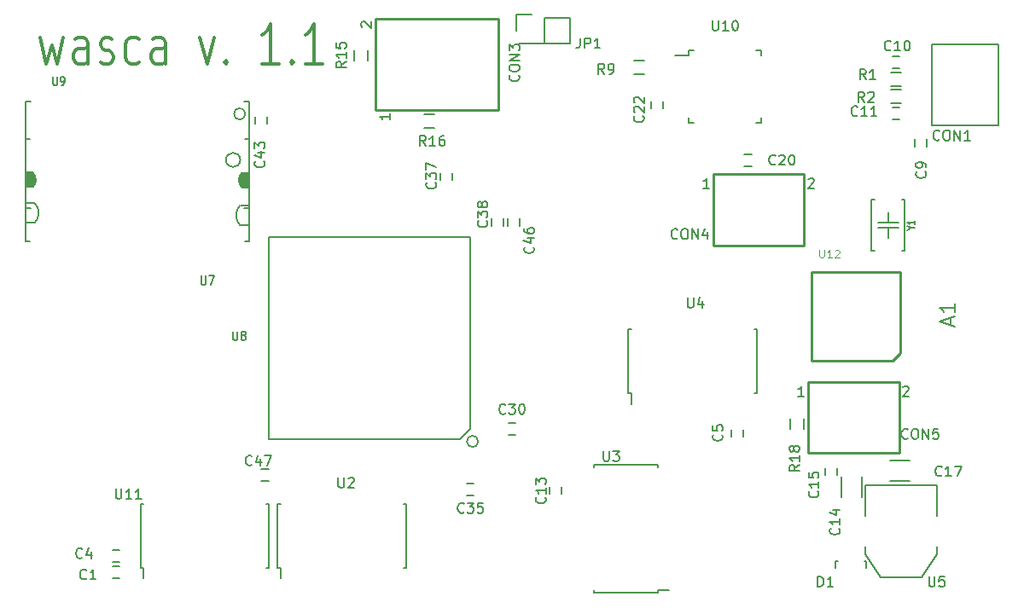
<source format=gto>
G04 #@! TF.FileFunction,Legend,Top*
%FSLAX46Y46*%
G04 Gerber Fmt 4.6, Leading zero omitted, Abs format (unit mm)*
G04 Created by KiCad (PCBNEW 4.0.0-rc1-stable) date 08.10.2015 0:04:06*
%MOMM*%
G01*
G04 APERTURE LIST*
%ADD10C,0.152400*%
%ADD11C,0.304800*%
%ADD12C,0.150000*%
%ADD13C,0.177800*%
%ADD14C,0.203200*%
%ADD15C,0.254000*%
%ADD16C,0.124460*%
%ADD17C,0.200000*%
G04 APERTURE END LIST*
D10*
D11*
X31753572Y-90717857D02*
X32325001Y-93384524D01*
X32896430Y-91479762D01*
X33467858Y-93384524D01*
X34039287Y-90717857D01*
X36467858Y-93384524D02*
X36467858Y-91289286D01*
X36325001Y-90908333D01*
X36039287Y-90717857D01*
X35467858Y-90717857D01*
X35182144Y-90908333D01*
X36467858Y-93194048D02*
X36182144Y-93384524D01*
X35467858Y-93384524D01*
X35182144Y-93194048D01*
X35039287Y-92813095D01*
X35039287Y-92432143D01*
X35182144Y-92051190D01*
X35467858Y-91860714D01*
X36182144Y-91860714D01*
X36467858Y-91670238D01*
X37753573Y-93194048D02*
X38039287Y-93384524D01*
X38610715Y-93384524D01*
X38896430Y-93194048D01*
X39039287Y-92813095D01*
X39039287Y-92622619D01*
X38896430Y-92241667D01*
X38610715Y-92051190D01*
X38182144Y-92051190D01*
X37896430Y-91860714D01*
X37753573Y-91479762D01*
X37753573Y-91289286D01*
X37896430Y-90908333D01*
X38182144Y-90717857D01*
X38610715Y-90717857D01*
X38896430Y-90908333D01*
X41610715Y-93194048D02*
X41325001Y-93384524D01*
X40753572Y-93384524D01*
X40467858Y-93194048D01*
X40325001Y-93003571D01*
X40182144Y-92622619D01*
X40182144Y-91479762D01*
X40325001Y-91098810D01*
X40467858Y-90908333D01*
X40753572Y-90717857D01*
X41325001Y-90717857D01*
X41610715Y-90908333D01*
X44182144Y-93384524D02*
X44182144Y-91289286D01*
X44039287Y-90908333D01*
X43753573Y-90717857D01*
X43182144Y-90717857D01*
X42896430Y-90908333D01*
X44182144Y-93194048D02*
X43896430Y-93384524D01*
X43182144Y-93384524D01*
X42896430Y-93194048D01*
X42753573Y-92813095D01*
X42753573Y-92432143D01*
X42896430Y-92051190D01*
X43182144Y-91860714D01*
X43896430Y-91860714D01*
X44182144Y-91670238D01*
X47610715Y-90717857D02*
X48325001Y-93384524D01*
X49039287Y-90717857D01*
X50182144Y-93003571D02*
X50325001Y-93194048D01*
X50182144Y-93384524D01*
X50039287Y-93194048D01*
X50182144Y-93003571D01*
X50182144Y-93384524D01*
X55467857Y-93384524D02*
X53753572Y-93384524D01*
X54610714Y-93384524D02*
X54610714Y-89384524D01*
X54325000Y-89955952D01*
X54039286Y-90336905D01*
X53753572Y-90527381D01*
X56753572Y-93003571D02*
X56896429Y-93194048D01*
X56753572Y-93384524D01*
X56610715Y-93194048D01*
X56753572Y-93003571D01*
X56753572Y-93384524D01*
X59753571Y-93384524D02*
X58039286Y-93384524D01*
X58896428Y-93384524D02*
X58896428Y-89384524D01*
X58610714Y-89955952D01*
X58325000Y-90336905D01*
X58039286Y-90527381D01*
D12*
X41725000Y-143375000D02*
X41982500Y-143375000D01*
X41725000Y-137025000D02*
X41982500Y-137025000D01*
X54475000Y-137025000D02*
X54217500Y-137025000D01*
X54475000Y-143375000D02*
X54217500Y-143375000D01*
X41725000Y-143375000D02*
X41725000Y-137025000D01*
X54475000Y-143375000D02*
X54475000Y-137025000D01*
X41982500Y-143375000D02*
X41982500Y-144450000D01*
X70850000Y-99725000D02*
X69850000Y-99725000D01*
X69850000Y-98375000D02*
X70850000Y-98375000D01*
X64225000Y-92000000D02*
X64225000Y-93000000D01*
X62875000Y-93000000D02*
X62875000Y-92000000D01*
X92370000Y-97780000D02*
X92370000Y-97080000D01*
X93570000Y-97080000D02*
X93570000Y-97780000D01*
X102340000Y-103530000D02*
X101640000Y-103530000D01*
X101640000Y-102330000D02*
X102340000Y-102330000D01*
X78220000Y-128980000D02*
X78920000Y-128980000D01*
X78920000Y-130180000D02*
X78220000Y-130180000D01*
X39650000Y-144400000D02*
X38950000Y-144400000D01*
X38950000Y-143200000D02*
X39650000Y-143200000D01*
X39650000Y-142800000D02*
X38950000Y-142800000D01*
X38950000Y-141600000D02*
X39650000Y-141600000D01*
X100320000Y-130360000D02*
X100320000Y-129660000D01*
X101520000Y-129660000D02*
X101520000Y-130360000D01*
X119750000Y-100850000D02*
X119750000Y-101550000D01*
X118550000Y-101550000D02*
X118550000Y-100850000D01*
X117050000Y-93800000D02*
X116350000Y-93800000D01*
X116350000Y-92600000D02*
X117050000Y-92600000D01*
X117050000Y-98900000D02*
X116350000Y-98900000D01*
X116350000Y-97700000D02*
X117050000Y-97700000D01*
X82290000Y-136030000D02*
X82290000Y-135330000D01*
X83490000Y-135330000D02*
X83490000Y-136030000D01*
X109600000Y-134200000D02*
X109600000Y-133500000D01*
X110800000Y-133500000D02*
X110800000Y-134200000D01*
X74800000Y-136200000D02*
X74100000Y-136200000D01*
X74100000Y-135000000D02*
X74800000Y-135000000D01*
X71450000Y-104900000D02*
X71450000Y-104200000D01*
X72650000Y-104200000D02*
X72650000Y-104900000D01*
X76500000Y-109430000D02*
X76500000Y-108730000D01*
X77700000Y-108730000D02*
X77700000Y-109430000D01*
X53100000Y-99300000D02*
X53100000Y-98600000D01*
X54300000Y-98600000D02*
X54300000Y-99300000D01*
X78150000Y-109420000D02*
X78150000Y-108720000D01*
X79350000Y-108720000D02*
X79350000Y-109420000D01*
X54410000Y-134750000D02*
X53710000Y-134750000D01*
X53710000Y-133550000D02*
X54410000Y-133550000D01*
X110700180Y-143400800D02*
X110700180Y-142699760D01*
X110700180Y-142699760D02*
X110949100Y-142699760D01*
X113499160Y-142699760D02*
X113699820Y-142699760D01*
X113699820Y-142699760D02*
X113699820Y-143400800D01*
X117200000Y-95575000D02*
X116200000Y-95575000D01*
X116200000Y-94225000D02*
X117200000Y-94225000D01*
X117200000Y-97275000D02*
X116200000Y-97275000D01*
X116200000Y-95925000D02*
X117200000Y-95925000D01*
X91700000Y-94375000D02*
X90700000Y-94375000D01*
X90700000Y-93025000D02*
X91700000Y-93025000D01*
X55325000Y-143375000D02*
X55582500Y-143375000D01*
X55325000Y-137025000D02*
X55582500Y-137025000D01*
X68075000Y-137025000D02*
X67817500Y-137025000D01*
X68075000Y-143375000D02*
X67817500Y-143375000D01*
X55325000Y-143375000D02*
X55325000Y-137025000D01*
X68075000Y-143375000D02*
X68075000Y-137025000D01*
X55582500Y-143375000D02*
X55582500Y-144450000D01*
X93075000Y-145875000D02*
X93075000Y-145617500D01*
X86725000Y-145875000D02*
X86725000Y-145617500D01*
X86725000Y-133125000D02*
X86725000Y-133382500D01*
X93075000Y-133125000D02*
X93075000Y-133382500D01*
X93075000Y-145875000D02*
X86725000Y-145875000D01*
X93075000Y-133125000D02*
X86725000Y-133125000D01*
X93075000Y-145617500D02*
X94150000Y-145617500D01*
X90125000Y-126075000D02*
X90382500Y-126075000D01*
X90125000Y-119725000D02*
X90382500Y-119725000D01*
X102875000Y-119725000D02*
X102617500Y-119725000D01*
X102875000Y-126075000D02*
X102617500Y-126075000D01*
X90125000Y-126075000D02*
X90125000Y-119725000D01*
X102875000Y-126075000D02*
X102875000Y-119725000D01*
X90382500Y-126075000D02*
X90382500Y-127150000D01*
D13*
X30300200Y-107700980D02*
X30800580Y-107700980D01*
X30300200Y-97099020D02*
X30800580Y-97099020D01*
X52502340Y-97099020D02*
X52001960Y-97099020D01*
X52502340Y-107700980D02*
X52001960Y-107700980D01*
X31052040Y-105498800D02*
X30351000Y-105498800D01*
X30351000Y-105348940D02*
X31151100Y-105348940D01*
X31201900Y-105199080D02*
X30351000Y-105199080D01*
X30302740Y-105049220D02*
X31252700Y-105049220D01*
X31252700Y-104800300D02*
X30351000Y-104800300D01*
X30351000Y-104701240D02*
X31201900Y-104701240D01*
X31201900Y-104599640D02*
X30351000Y-104599640D01*
X30302740Y-104449780D02*
X31151100Y-104449780D01*
X31102840Y-104299920D02*
X30351000Y-104299920D01*
X31001240Y-104150060D02*
X30302740Y-104150060D01*
X31052040Y-105600400D02*
X30302740Y-105600400D01*
X52451540Y-105549600D02*
X51801300Y-105549600D01*
X51651440Y-105450540D02*
X52499800Y-105450540D01*
X52451540Y-105300680D02*
X51651440Y-105300680D01*
X51549840Y-105199080D02*
X52451540Y-105199080D01*
X52499800Y-105049220D02*
X51549840Y-105049220D01*
X52499800Y-104749500D02*
X51549840Y-104749500D01*
X52499800Y-104650440D02*
X51549840Y-104650440D01*
X52499800Y-104500580D02*
X51600640Y-104500580D01*
X52499800Y-104350720D02*
X51651440Y-104350720D01*
X51750500Y-104200860D02*
X52499800Y-104200860D01*
X51801300Y-105651200D02*
X52499800Y-105651200D01*
X51747960Y-104200860D02*
G75*
G03X51801300Y-105651200I751840J-698500D01*
G01*
X31052040Y-105597860D02*
G75*
G03X31001240Y-104150060I-749300J698500D01*
G01*
X30302740Y-104899360D02*
X31300960Y-104899360D01*
X52499800Y-104899360D02*
X51501580Y-104899360D01*
X52108720Y-98328380D02*
G75*
G03X52108720Y-98328380I-563960J0D01*
G01*
X52502340Y-107700980D02*
X52502340Y-97099020D01*
X30300200Y-107700980D02*
X30300200Y-97099020D01*
D14*
X51607244Y-102900260D02*
G75*
G03X51607244Y-102900260I-707644J0D01*
G01*
X51648900Y-107401140D02*
X52400740Y-107401140D01*
X51648900Y-109400120D02*
X52400740Y-109400120D01*
X31151100Y-107149680D02*
X30399260Y-107149680D01*
X31151100Y-109151200D02*
X30399260Y-109151200D01*
X31196820Y-109151200D02*
G75*
G03X31196820Y-107149680I-1000760J1000760D01*
G01*
X51603180Y-107398600D02*
G75*
G03X51603180Y-109400120I1000760J-1000760D01*
G01*
X52499800Y-100820000D02*
X52050220Y-100820000D01*
X30300200Y-100820000D02*
X30749780Y-100820000D01*
X30300200Y-110980000D02*
X30749780Y-110980000D01*
X52499800Y-110980000D02*
X52050220Y-110980000D01*
X52509960Y-110980000D02*
X52509960Y-100820000D01*
X30290040Y-110980000D02*
X30290040Y-100820000D01*
D12*
X118040000Y-132765000D02*
X116040000Y-132765000D01*
X116040000Y-134815000D02*
X118040000Y-134815000D01*
X111225000Y-134350000D02*
X111225000Y-136350000D01*
X113275000Y-136350000D02*
X113275000Y-134350000D01*
X120756000Y-138226000D02*
X120756000Y-135178000D01*
X120756000Y-135178000D02*
X113644000Y-135178000D01*
X113644000Y-135178000D02*
X113644000Y-138226000D01*
X120756000Y-141274000D02*
X120756000Y-142036000D01*
X120756000Y-142036000D02*
X119232000Y-144322000D01*
X119232000Y-144322000D02*
X115168000Y-144322000D01*
X115168000Y-144322000D02*
X113644000Y-142036000D01*
X113644000Y-142036000D02*
X113644000Y-141274000D01*
X79000000Y-90050000D02*
X79000000Y-88500000D01*
X80550000Y-88500000D02*
X79000000Y-88500000D01*
X79280000Y-91320000D02*
X81820000Y-91320000D01*
X84360000Y-88780000D02*
X81820000Y-88780000D01*
X81820000Y-88780000D02*
X81820000Y-91320000D01*
X81820000Y-91320000D02*
X84360000Y-91320000D01*
X84360000Y-91320000D02*
X84360000Y-88780000D01*
X96075000Y-91975000D02*
X96075000Y-92500000D01*
X103325000Y-91975000D02*
X103325000Y-92500000D01*
X103325000Y-99225000D02*
X103325000Y-98700000D01*
X96075000Y-99225000D02*
X96075000Y-98700000D01*
X96075000Y-91975000D02*
X96600000Y-91975000D01*
X96075000Y-99225000D02*
X96600000Y-99225000D01*
X103325000Y-99225000D02*
X102800000Y-99225000D01*
X103325000Y-91975000D02*
X102800000Y-91975000D01*
X96075000Y-92500000D02*
X94700000Y-92500000D01*
X107525000Y-128600000D02*
X107525000Y-129600000D01*
X106175000Y-129600000D02*
X106175000Y-128600000D01*
D14*
X73399220Y-130599980D02*
X55400780Y-130599980D01*
X74399980Y-111600780D02*
X74399980Y-129599220D01*
X55400780Y-110600020D02*
X73399220Y-110600020D01*
X54400020Y-129599220D02*
X54400020Y-111600780D01*
X75208911Y-130848900D02*
G75*
G03X75208911Y-130848900I-560011J0D01*
G01*
X73399220Y-130599980D02*
X74399980Y-129599220D01*
X74399980Y-110600020D02*
X73399220Y-110600020D01*
X74399980Y-110600020D02*
X74399980Y-111600780D01*
X54400020Y-110600020D02*
X55400780Y-110600020D01*
X54400020Y-110600020D02*
X54400020Y-111600780D01*
X54400020Y-130599980D02*
X55400780Y-130599980D01*
X54400020Y-130599980D02*
X54400020Y-129599220D01*
D15*
X117099280Y-121450540D02*
X117099280Y-114051520D01*
X117099280Y-114051520D02*
X116101060Y-114051520D01*
X116299180Y-122850080D02*
X117099280Y-122049980D01*
X117099280Y-121450540D02*
X117099280Y-122049980D01*
X116101060Y-114051520D02*
X108300720Y-114051520D01*
X108300720Y-114051520D02*
X108300720Y-122850080D01*
X108300720Y-122850080D02*
X116299180Y-122850080D01*
D14*
X115900000Y-109604000D02*
X115900000Y-110620000D01*
X115900000Y-109096000D02*
X115900000Y-108080000D01*
X114884000Y-109604000D02*
X116916000Y-109604000D01*
X114884000Y-109096000D02*
X116916000Y-109096000D01*
X114249000Y-111890000D02*
X114566500Y-111890000D01*
X114249000Y-106810000D02*
X114566500Y-106810000D01*
X117551000Y-106810000D02*
X117233500Y-106810000D01*
X117551000Y-111890000D02*
X117233500Y-111890000D01*
X117551000Y-111890000D02*
X117551000Y-106810000D01*
X114249000Y-111890000D02*
X114249000Y-106810000D01*
D12*
X126850000Y-99450000D02*
X120200000Y-99450000D01*
X120200000Y-99450000D02*
X120200000Y-91450000D01*
X120200000Y-91450000D02*
X126850000Y-91450000D01*
X126850000Y-91450000D02*
X126850000Y-99450000D01*
D15*
X65009400Y-88889600D02*
X77201400Y-88889600D01*
X64984000Y-97906600D02*
X77201400Y-97906600D01*
X64999240Y-97898980D02*
X64999240Y-88899760D01*
X77206480Y-88899760D02*
X77206480Y-97898980D01*
X107567000Y-104275400D02*
X107567000Y-111362000D01*
X98524600Y-104275400D02*
X98550000Y-111362000D01*
X98557620Y-104265240D02*
X107556840Y-104265240D01*
X107556840Y-111367080D02*
X98557620Y-111367080D01*
X116967000Y-124925400D02*
X116967000Y-132012000D01*
X107924600Y-124925400D02*
X107950000Y-132012000D01*
X107957620Y-124915240D02*
X116956840Y-124915240D01*
X116956840Y-132017080D02*
X107957620Y-132017080D01*
D12*
X122050000Y-119271428D02*
X122050000Y-118557142D01*
X122478571Y-119414285D02*
X120978571Y-118914285D01*
X122478571Y-118414285D01*
X122478571Y-117128571D02*
X122478571Y-117985714D01*
X122478571Y-117557142D02*
X120978571Y-117557142D01*
X121192857Y-117699999D01*
X121335714Y-117842857D01*
X121407143Y-117985714D01*
X39261905Y-135552381D02*
X39261905Y-136361905D01*
X39309524Y-136457143D01*
X39357143Y-136504762D01*
X39452381Y-136552381D01*
X39642858Y-136552381D01*
X39738096Y-136504762D01*
X39785715Y-136457143D01*
X39833334Y-136361905D01*
X39833334Y-135552381D01*
X40833334Y-136552381D02*
X40261905Y-136552381D01*
X40547619Y-136552381D02*
X40547619Y-135552381D01*
X40452381Y-135695238D01*
X40357143Y-135790476D01*
X40261905Y-135838095D01*
X41785715Y-136552381D02*
X41214286Y-136552381D01*
X41500000Y-136552381D02*
X41500000Y-135552381D01*
X41404762Y-135695238D01*
X41309524Y-135790476D01*
X41214286Y-135838095D01*
X70007143Y-101502381D02*
X69673809Y-101026190D01*
X69435714Y-101502381D02*
X69435714Y-100502381D01*
X69816667Y-100502381D01*
X69911905Y-100550000D01*
X69959524Y-100597619D01*
X70007143Y-100692857D01*
X70007143Y-100835714D01*
X69959524Y-100930952D01*
X69911905Y-100978571D01*
X69816667Y-101026190D01*
X69435714Y-101026190D01*
X70959524Y-101502381D02*
X70388095Y-101502381D01*
X70673809Y-101502381D02*
X70673809Y-100502381D01*
X70578571Y-100645238D01*
X70483333Y-100740476D01*
X70388095Y-100788095D01*
X71816667Y-100502381D02*
X71626190Y-100502381D01*
X71530952Y-100550000D01*
X71483333Y-100597619D01*
X71388095Y-100740476D01*
X71340476Y-100930952D01*
X71340476Y-101311905D01*
X71388095Y-101407143D01*
X71435714Y-101454762D01*
X71530952Y-101502381D01*
X71721429Y-101502381D01*
X71816667Y-101454762D01*
X71864286Y-101407143D01*
X71911905Y-101311905D01*
X71911905Y-101073810D01*
X71864286Y-100978571D01*
X71816667Y-100930952D01*
X71721429Y-100883333D01*
X71530952Y-100883333D01*
X71435714Y-100930952D01*
X71388095Y-100978571D01*
X71340476Y-101073810D01*
X62102381Y-93142857D02*
X61626190Y-93476191D01*
X62102381Y-93714286D02*
X61102381Y-93714286D01*
X61102381Y-93333333D01*
X61150000Y-93238095D01*
X61197619Y-93190476D01*
X61292857Y-93142857D01*
X61435714Y-93142857D01*
X61530952Y-93190476D01*
X61578571Y-93238095D01*
X61626190Y-93333333D01*
X61626190Y-93714286D01*
X62102381Y-92190476D02*
X62102381Y-92761905D01*
X62102381Y-92476191D02*
X61102381Y-92476191D01*
X61245238Y-92571429D01*
X61340476Y-92666667D01*
X61388095Y-92761905D01*
X61102381Y-91285714D02*
X61102381Y-91761905D01*
X61578571Y-91809524D01*
X61530952Y-91761905D01*
X61483333Y-91666667D01*
X61483333Y-91428571D01*
X61530952Y-91333333D01*
X61578571Y-91285714D01*
X61673810Y-91238095D01*
X61911905Y-91238095D01*
X62007143Y-91285714D01*
X62054762Y-91333333D01*
X62102381Y-91428571D01*
X62102381Y-91666667D01*
X62054762Y-91761905D01*
X62007143Y-91809524D01*
X91557143Y-98542857D02*
X91604762Y-98590476D01*
X91652381Y-98733333D01*
X91652381Y-98828571D01*
X91604762Y-98971429D01*
X91509524Y-99066667D01*
X91414286Y-99114286D01*
X91223810Y-99161905D01*
X91080952Y-99161905D01*
X90890476Y-99114286D01*
X90795238Y-99066667D01*
X90700000Y-98971429D01*
X90652381Y-98828571D01*
X90652381Y-98733333D01*
X90700000Y-98590476D01*
X90747619Y-98542857D01*
X90747619Y-98161905D02*
X90700000Y-98114286D01*
X90652381Y-98019048D01*
X90652381Y-97780952D01*
X90700000Y-97685714D01*
X90747619Y-97638095D01*
X90842857Y-97590476D01*
X90938095Y-97590476D01*
X91080952Y-97638095D01*
X91652381Y-98209524D01*
X91652381Y-97590476D01*
X90747619Y-97209524D02*
X90700000Y-97161905D01*
X90652381Y-97066667D01*
X90652381Y-96828571D01*
X90700000Y-96733333D01*
X90747619Y-96685714D01*
X90842857Y-96638095D01*
X90938095Y-96638095D01*
X91080952Y-96685714D01*
X91652381Y-97257143D01*
X91652381Y-96638095D01*
X104707143Y-103307143D02*
X104659524Y-103354762D01*
X104516667Y-103402381D01*
X104421429Y-103402381D01*
X104278571Y-103354762D01*
X104183333Y-103259524D01*
X104135714Y-103164286D01*
X104088095Y-102973810D01*
X104088095Y-102830952D01*
X104135714Y-102640476D01*
X104183333Y-102545238D01*
X104278571Y-102450000D01*
X104421429Y-102402381D01*
X104516667Y-102402381D01*
X104659524Y-102450000D01*
X104707143Y-102497619D01*
X105088095Y-102497619D02*
X105135714Y-102450000D01*
X105230952Y-102402381D01*
X105469048Y-102402381D01*
X105564286Y-102450000D01*
X105611905Y-102497619D01*
X105659524Y-102592857D01*
X105659524Y-102688095D01*
X105611905Y-102830952D01*
X105040476Y-103402381D01*
X105659524Y-103402381D01*
X106278571Y-102402381D02*
X106373810Y-102402381D01*
X106469048Y-102450000D01*
X106516667Y-102497619D01*
X106564286Y-102592857D01*
X106611905Y-102783333D01*
X106611905Y-103021429D01*
X106564286Y-103211905D01*
X106516667Y-103307143D01*
X106469048Y-103354762D01*
X106373810Y-103402381D01*
X106278571Y-103402381D01*
X106183333Y-103354762D01*
X106135714Y-103307143D01*
X106088095Y-103211905D01*
X106040476Y-103021429D01*
X106040476Y-102783333D01*
X106088095Y-102592857D01*
X106135714Y-102497619D01*
X106183333Y-102450000D01*
X106278571Y-102402381D01*
X77927143Y-128037143D02*
X77879524Y-128084762D01*
X77736667Y-128132381D01*
X77641429Y-128132381D01*
X77498571Y-128084762D01*
X77403333Y-127989524D01*
X77355714Y-127894286D01*
X77308095Y-127703810D01*
X77308095Y-127560952D01*
X77355714Y-127370476D01*
X77403333Y-127275238D01*
X77498571Y-127180000D01*
X77641429Y-127132381D01*
X77736667Y-127132381D01*
X77879524Y-127180000D01*
X77927143Y-127227619D01*
X78260476Y-127132381D02*
X78879524Y-127132381D01*
X78546190Y-127513333D01*
X78689048Y-127513333D01*
X78784286Y-127560952D01*
X78831905Y-127608571D01*
X78879524Y-127703810D01*
X78879524Y-127941905D01*
X78831905Y-128037143D01*
X78784286Y-128084762D01*
X78689048Y-128132381D01*
X78403333Y-128132381D01*
X78308095Y-128084762D01*
X78260476Y-128037143D01*
X79498571Y-127132381D02*
X79593810Y-127132381D01*
X79689048Y-127180000D01*
X79736667Y-127227619D01*
X79784286Y-127322857D01*
X79831905Y-127513333D01*
X79831905Y-127751429D01*
X79784286Y-127941905D01*
X79736667Y-128037143D01*
X79689048Y-128084762D01*
X79593810Y-128132381D01*
X79498571Y-128132381D01*
X79403333Y-128084762D01*
X79355714Y-128037143D01*
X79308095Y-127941905D01*
X79260476Y-127751429D01*
X79260476Y-127513333D01*
X79308095Y-127322857D01*
X79355714Y-127227619D01*
X79403333Y-127180000D01*
X79498571Y-127132381D01*
X36333334Y-144457143D02*
X36285715Y-144504762D01*
X36142858Y-144552381D01*
X36047620Y-144552381D01*
X35904762Y-144504762D01*
X35809524Y-144409524D01*
X35761905Y-144314286D01*
X35714286Y-144123810D01*
X35714286Y-143980952D01*
X35761905Y-143790476D01*
X35809524Y-143695238D01*
X35904762Y-143600000D01*
X36047620Y-143552381D01*
X36142858Y-143552381D01*
X36285715Y-143600000D01*
X36333334Y-143647619D01*
X37285715Y-144552381D02*
X36714286Y-144552381D01*
X37000000Y-144552381D02*
X37000000Y-143552381D01*
X36904762Y-143695238D01*
X36809524Y-143790476D01*
X36714286Y-143838095D01*
X35933334Y-142357143D02*
X35885715Y-142404762D01*
X35742858Y-142452381D01*
X35647620Y-142452381D01*
X35504762Y-142404762D01*
X35409524Y-142309524D01*
X35361905Y-142214286D01*
X35314286Y-142023810D01*
X35314286Y-141880952D01*
X35361905Y-141690476D01*
X35409524Y-141595238D01*
X35504762Y-141500000D01*
X35647620Y-141452381D01*
X35742858Y-141452381D01*
X35885715Y-141500000D01*
X35933334Y-141547619D01*
X36790477Y-141785714D02*
X36790477Y-142452381D01*
X36552381Y-141404762D02*
X36314286Y-142119048D01*
X36933334Y-142119048D01*
X99377143Y-130176666D02*
X99424762Y-130224285D01*
X99472381Y-130367142D01*
X99472381Y-130462380D01*
X99424762Y-130605238D01*
X99329524Y-130700476D01*
X99234286Y-130748095D01*
X99043810Y-130795714D01*
X98900952Y-130795714D01*
X98710476Y-130748095D01*
X98615238Y-130700476D01*
X98520000Y-130605238D01*
X98472381Y-130462380D01*
X98472381Y-130367142D01*
X98520000Y-130224285D01*
X98567619Y-130176666D01*
X98472381Y-129271904D02*
X98472381Y-129748095D01*
X98948571Y-129795714D01*
X98900952Y-129748095D01*
X98853333Y-129652857D01*
X98853333Y-129414761D01*
X98900952Y-129319523D01*
X98948571Y-129271904D01*
X99043810Y-129224285D01*
X99281905Y-129224285D01*
X99377143Y-129271904D01*
X99424762Y-129319523D01*
X99472381Y-129414761D01*
X99472381Y-129652857D01*
X99424762Y-129748095D01*
X99377143Y-129795714D01*
X119557143Y-104066666D02*
X119604762Y-104114285D01*
X119652381Y-104257142D01*
X119652381Y-104352380D01*
X119604762Y-104495238D01*
X119509524Y-104590476D01*
X119414286Y-104638095D01*
X119223810Y-104685714D01*
X119080952Y-104685714D01*
X118890476Y-104638095D01*
X118795238Y-104590476D01*
X118700000Y-104495238D01*
X118652381Y-104352380D01*
X118652381Y-104257142D01*
X118700000Y-104114285D01*
X118747619Y-104066666D01*
X119652381Y-103590476D02*
X119652381Y-103400000D01*
X119604762Y-103304761D01*
X119557143Y-103257142D01*
X119414286Y-103161904D01*
X119223810Y-103114285D01*
X118842857Y-103114285D01*
X118747619Y-103161904D01*
X118700000Y-103209523D01*
X118652381Y-103304761D01*
X118652381Y-103495238D01*
X118700000Y-103590476D01*
X118747619Y-103638095D01*
X118842857Y-103685714D01*
X119080952Y-103685714D01*
X119176190Y-103638095D01*
X119223810Y-103590476D01*
X119271429Y-103495238D01*
X119271429Y-103304761D01*
X119223810Y-103209523D01*
X119176190Y-103161904D01*
X119080952Y-103114285D01*
X116157143Y-91957143D02*
X116109524Y-92004762D01*
X115966667Y-92052381D01*
X115871429Y-92052381D01*
X115728571Y-92004762D01*
X115633333Y-91909524D01*
X115585714Y-91814286D01*
X115538095Y-91623810D01*
X115538095Y-91480952D01*
X115585714Y-91290476D01*
X115633333Y-91195238D01*
X115728571Y-91100000D01*
X115871429Y-91052381D01*
X115966667Y-91052381D01*
X116109524Y-91100000D01*
X116157143Y-91147619D01*
X117109524Y-92052381D02*
X116538095Y-92052381D01*
X116823809Y-92052381D02*
X116823809Y-91052381D01*
X116728571Y-91195238D01*
X116633333Y-91290476D01*
X116538095Y-91338095D01*
X117728571Y-91052381D02*
X117823810Y-91052381D01*
X117919048Y-91100000D01*
X117966667Y-91147619D01*
X118014286Y-91242857D01*
X118061905Y-91433333D01*
X118061905Y-91671429D01*
X118014286Y-91861905D01*
X117966667Y-91957143D01*
X117919048Y-92004762D01*
X117823810Y-92052381D01*
X117728571Y-92052381D01*
X117633333Y-92004762D01*
X117585714Y-91957143D01*
X117538095Y-91861905D01*
X117490476Y-91671429D01*
X117490476Y-91433333D01*
X117538095Y-91242857D01*
X117585714Y-91147619D01*
X117633333Y-91100000D01*
X117728571Y-91052381D01*
X112857143Y-98457143D02*
X112809524Y-98504762D01*
X112666667Y-98552381D01*
X112571429Y-98552381D01*
X112428571Y-98504762D01*
X112333333Y-98409524D01*
X112285714Y-98314286D01*
X112238095Y-98123810D01*
X112238095Y-97980952D01*
X112285714Y-97790476D01*
X112333333Y-97695238D01*
X112428571Y-97600000D01*
X112571429Y-97552381D01*
X112666667Y-97552381D01*
X112809524Y-97600000D01*
X112857143Y-97647619D01*
X113809524Y-98552381D02*
X113238095Y-98552381D01*
X113523809Y-98552381D02*
X113523809Y-97552381D01*
X113428571Y-97695238D01*
X113333333Y-97790476D01*
X113238095Y-97838095D01*
X114761905Y-98552381D02*
X114190476Y-98552381D01*
X114476190Y-98552381D02*
X114476190Y-97552381D01*
X114380952Y-97695238D01*
X114285714Y-97790476D01*
X114190476Y-97838095D01*
X81832143Y-136392857D02*
X81879762Y-136440476D01*
X81927381Y-136583333D01*
X81927381Y-136678571D01*
X81879762Y-136821429D01*
X81784524Y-136916667D01*
X81689286Y-136964286D01*
X81498810Y-137011905D01*
X81355952Y-137011905D01*
X81165476Y-136964286D01*
X81070238Y-136916667D01*
X80975000Y-136821429D01*
X80927381Y-136678571D01*
X80927381Y-136583333D01*
X80975000Y-136440476D01*
X81022619Y-136392857D01*
X81927381Y-135440476D02*
X81927381Y-136011905D01*
X81927381Y-135726191D02*
X80927381Y-135726191D01*
X81070238Y-135821429D01*
X81165476Y-135916667D01*
X81213095Y-136011905D01*
X80927381Y-135107143D02*
X80927381Y-134488095D01*
X81308333Y-134821429D01*
X81308333Y-134678571D01*
X81355952Y-134583333D01*
X81403571Y-134535714D01*
X81498810Y-134488095D01*
X81736905Y-134488095D01*
X81832143Y-134535714D01*
X81879762Y-134583333D01*
X81927381Y-134678571D01*
X81927381Y-134964286D01*
X81879762Y-135059524D01*
X81832143Y-135107143D01*
X108907143Y-135792857D02*
X108954762Y-135840476D01*
X109002381Y-135983333D01*
X109002381Y-136078571D01*
X108954762Y-136221429D01*
X108859524Y-136316667D01*
X108764286Y-136364286D01*
X108573810Y-136411905D01*
X108430952Y-136411905D01*
X108240476Y-136364286D01*
X108145238Y-136316667D01*
X108050000Y-136221429D01*
X108002381Y-136078571D01*
X108002381Y-135983333D01*
X108050000Y-135840476D01*
X108097619Y-135792857D01*
X109002381Y-134840476D02*
X109002381Y-135411905D01*
X109002381Y-135126191D02*
X108002381Y-135126191D01*
X108145238Y-135221429D01*
X108240476Y-135316667D01*
X108288095Y-135411905D01*
X108002381Y-133935714D02*
X108002381Y-134411905D01*
X108478571Y-134459524D01*
X108430952Y-134411905D01*
X108383333Y-134316667D01*
X108383333Y-134078571D01*
X108430952Y-133983333D01*
X108478571Y-133935714D01*
X108573810Y-133888095D01*
X108811905Y-133888095D01*
X108907143Y-133935714D01*
X108954762Y-133983333D01*
X109002381Y-134078571D01*
X109002381Y-134316667D01*
X108954762Y-134411905D01*
X108907143Y-134459524D01*
X73807143Y-137857143D02*
X73759524Y-137904762D01*
X73616667Y-137952381D01*
X73521429Y-137952381D01*
X73378571Y-137904762D01*
X73283333Y-137809524D01*
X73235714Y-137714286D01*
X73188095Y-137523810D01*
X73188095Y-137380952D01*
X73235714Y-137190476D01*
X73283333Y-137095238D01*
X73378571Y-137000000D01*
X73521429Y-136952381D01*
X73616667Y-136952381D01*
X73759524Y-137000000D01*
X73807143Y-137047619D01*
X74140476Y-136952381D02*
X74759524Y-136952381D01*
X74426190Y-137333333D01*
X74569048Y-137333333D01*
X74664286Y-137380952D01*
X74711905Y-137428571D01*
X74759524Y-137523810D01*
X74759524Y-137761905D01*
X74711905Y-137857143D01*
X74664286Y-137904762D01*
X74569048Y-137952381D01*
X74283333Y-137952381D01*
X74188095Y-137904762D01*
X74140476Y-137857143D01*
X75664286Y-136952381D02*
X75188095Y-136952381D01*
X75140476Y-137428571D01*
X75188095Y-137380952D01*
X75283333Y-137333333D01*
X75521429Y-137333333D01*
X75616667Y-137380952D01*
X75664286Y-137428571D01*
X75711905Y-137523810D01*
X75711905Y-137761905D01*
X75664286Y-137857143D01*
X75616667Y-137904762D01*
X75521429Y-137952381D01*
X75283333Y-137952381D01*
X75188095Y-137904762D01*
X75140476Y-137857143D01*
X70957143Y-105142857D02*
X71004762Y-105190476D01*
X71052381Y-105333333D01*
X71052381Y-105428571D01*
X71004762Y-105571429D01*
X70909524Y-105666667D01*
X70814286Y-105714286D01*
X70623810Y-105761905D01*
X70480952Y-105761905D01*
X70290476Y-105714286D01*
X70195238Y-105666667D01*
X70100000Y-105571429D01*
X70052381Y-105428571D01*
X70052381Y-105333333D01*
X70100000Y-105190476D01*
X70147619Y-105142857D01*
X70052381Y-104809524D02*
X70052381Y-104190476D01*
X70433333Y-104523810D01*
X70433333Y-104380952D01*
X70480952Y-104285714D01*
X70528571Y-104238095D01*
X70623810Y-104190476D01*
X70861905Y-104190476D01*
X70957143Y-104238095D01*
X71004762Y-104285714D01*
X71052381Y-104380952D01*
X71052381Y-104666667D01*
X71004762Y-104761905D01*
X70957143Y-104809524D01*
X70052381Y-103857143D02*
X70052381Y-103190476D01*
X71052381Y-103619048D01*
X76057143Y-108942857D02*
X76104762Y-108990476D01*
X76152381Y-109133333D01*
X76152381Y-109228571D01*
X76104762Y-109371429D01*
X76009524Y-109466667D01*
X75914286Y-109514286D01*
X75723810Y-109561905D01*
X75580952Y-109561905D01*
X75390476Y-109514286D01*
X75295238Y-109466667D01*
X75200000Y-109371429D01*
X75152381Y-109228571D01*
X75152381Y-109133333D01*
X75200000Y-108990476D01*
X75247619Y-108942857D01*
X75152381Y-108609524D02*
X75152381Y-107990476D01*
X75533333Y-108323810D01*
X75533333Y-108180952D01*
X75580952Y-108085714D01*
X75628571Y-108038095D01*
X75723810Y-107990476D01*
X75961905Y-107990476D01*
X76057143Y-108038095D01*
X76104762Y-108085714D01*
X76152381Y-108180952D01*
X76152381Y-108466667D01*
X76104762Y-108561905D01*
X76057143Y-108609524D01*
X75580952Y-107419048D02*
X75533333Y-107514286D01*
X75485714Y-107561905D01*
X75390476Y-107609524D01*
X75342857Y-107609524D01*
X75247619Y-107561905D01*
X75200000Y-107514286D01*
X75152381Y-107419048D01*
X75152381Y-107228571D01*
X75200000Y-107133333D01*
X75247619Y-107085714D01*
X75342857Y-107038095D01*
X75390476Y-107038095D01*
X75485714Y-107085714D01*
X75533333Y-107133333D01*
X75580952Y-107228571D01*
X75580952Y-107419048D01*
X75628571Y-107514286D01*
X75676190Y-107561905D01*
X75771429Y-107609524D01*
X75961905Y-107609524D01*
X76057143Y-107561905D01*
X76104762Y-107514286D01*
X76152381Y-107419048D01*
X76152381Y-107228571D01*
X76104762Y-107133333D01*
X76057143Y-107085714D01*
X75961905Y-107038095D01*
X75771429Y-107038095D01*
X75676190Y-107085714D01*
X75628571Y-107133333D01*
X75580952Y-107228571D01*
X53942843Y-103034557D02*
X53990462Y-103082176D01*
X54038081Y-103225033D01*
X54038081Y-103320271D01*
X53990462Y-103463129D01*
X53895224Y-103558367D01*
X53799986Y-103605986D01*
X53609510Y-103653605D01*
X53466652Y-103653605D01*
X53276176Y-103605986D01*
X53180938Y-103558367D01*
X53085700Y-103463129D01*
X53038081Y-103320271D01*
X53038081Y-103225033D01*
X53085700Y-103082176D01*
X53133319Y-103034557D01*
X53371414Y-102177414D02*
X54038081Y-102177414D01*
X52990462Y-102415510D02*
X53704748Y-102653605D01*
X53704748Y-102034557D01*
X53038081Y-101748843D02*
X53038081Y-101129795D01*
X53419033Y-101463129D01*
X53419033Y-101320271D01*
X53466652Y-101225033D01*
X53514271Y-101177414D01*
X53609510Y-101129795D01*
X53847605Y-101129795D01*
X53942843Y-101177414D01*
X53990462Y-101225033D01*
X54038081Y-101320271D01*
X54038081Y-101605986D01*
X53990462Y-101701224D01*
X53942843Y-101748843D01*
X80657143Y-111542857D02*
X80704762Y-111590476D01*
X80752381Y-111733333D01*
X80752381Y-111828571D01*
X80704762Y-111971429D01*
X80609524Y-112066667D01*
X80514286Y-112114286D01*
X80323810Y-112161905D01*
X80180952Y-112161905D01*
X79990476Y-112114286D01*
X79895238Y-112066667D01*
X79800000Y-111971429D01*
X79752381Y-111828571D01*
X79752381Y-111733333D01*
X79800000Y-111590476D01*
X79847619Y-111542857D01*
X80085714Y-110685714D02*
X80752381Y-110685714D01*
X79704762Y-110923810D02*
X80419048Y-111161905D01*
X80419048Y-110542857D01*
X79752381Y-109733333D02*
X79752381Y-109923810D01*
X79800000Y-110019048D01*
X79847619Y-110066667D01*
X79990476Y-110161905D01*
X80180952Y-110209524D01*
X80561905Y-110209524D01*
X80657143Y-110161905D01*
X80704762Y-110114286D01*
X80752381Y-110019048D01*
X80752381Y-109828571D01*
X80704762Y-109733333D01*
X80657143Y-109685714D01*
X80561905Y-109638095D01*
X80323810Y-109638095D01*
X80228571Y-109685714D01*
X80180952Y-109733333D01*
X80133333Y-109828571D01*
X80133333Y-110019048D01*
X80180952Y-110114286D01*
X80228571Y-110161905D01*
X80323810Y-110209524D01*
X52757143Y-133157143D02*
X52709524Y-133204762D01*
X52566667Y-133252381D01*
X52471429Y-133252381D01*
X52328571Y-133204762D01*
X52233333Y-133109524D01*
X52185714Y-133014286D01*
X52138095Y-132823810D01*
X52138095Y-132680952D01*
X52185714Y-132490476D01*
X52233333Y-132395238D01*
X52328571Y-132300000D01*
X52471429Y-132252381D01*
X52566667Y-132252381D01*
X52709524Y-132300000D01*
X52757143Y-132347619D01*
X53614286Y-132585714D02*
X53614286Y-133252381D01*
X53376190Y-132204762D02*
X53138095Y-132919048D01*
X53757143Y-132919048D01*
X54042857Y-132252381D02*
X54709524Y-132252381D01*
X54280952Y-133252381D01*
X108911905Y-145252381D02*
X108911905Y-144252381D01*
X109150000Y-144252381D01*
X109292858Y-144300000D01*
X109388096Y-144395238D01*
X109435715Y-144490476D01*
X109483334Y-144680952D01*
X109483334Y-144823810D01*
X109435715Y-145014286D01*
X109388096Y-145109524D01*
X109292858Y-145204762D01*
X109150000Y-145252381D01*
X108911905Y-145252381D01*
X110435715Y-145252381D02*
X109864286Y-145252381D01*
X110150000Y-145252381D02*
X110150000Y-144252381D01*
X110054762Y-144395238D01*
X109959524Y-144490476D01*
X109864286Y-144538095D01*
X113683334Y-94902381D02*
X113350000Y-94426190D01*
X113111905Y-94902381D02*
X113111905Y-93902381D01*
X113492858Y-93902381D01*
X113588096Y-93950000D01*
X113635715Y-93997619D01*
X113683334Y-94092857D01*
X113683334Y-94235714D01*
X113635715Y-94330952D01*
X113588096Y-94378571D01*
X113492858Y-94426190D01*
X113111905Y-94426190D01*
X114635715Y-94902381D02*
X114064286Y-94902381D01*
X114350000Y-94902381D02*
X114350000Y-93902381D01*
X114254762Y-94045238D01*
X114159524Y-94140476D01*
X114064286Y-94188095D01*
X113533334Y-97152381D02*
X113200000Y-96676190D01*
X112961905Y-97152381D02*
X112961905Y-96152381D01*
X113342858Y-96152381D01*
X113438096Y-96200000D01*
X113485715Y-96247619D01*
X113533334Y-96342857D01*
X113533334Y-96485714D01*
X113485715Y-96580952D01*
X113438096Y-96628571D01*
X113342858Y-96676190D01*
X112961905Y-96676190D01*
X113914286Y-96247619D02*
X113961905Y-96200000D01*
X114057143Y-96152381D01*
X114295239Y-96152381D01*
X114390477Y-96200000D01*
X114438096Y-96247619D01*
X114485715Y-96342857D01*
X114485715Y-96438095D01*
X114438096Y-96580952D01*
X113866667Y-97152381D01*
X114485715Y-97152381D01*
X87733334Y-94352381D02*
X87400000Y-93876190D01*
X87161905Y-94352381D02*
X87161905Y-93352381D01*
X87542858Y-93352381D01*
X87638096Y-93400000D01*
X87685715Y-93447619D01*
X87733334Y-93542857D01*
X87733334Y-93685714D01*
X87685715Y-93780952D01*
X87638096Y-93828571D01*
X87542858Y-93876190D01*
X87161905Y-93876190D01*
X88209524Y-94352381D02*
X88400000Y-94352381D01*
X88495239Y-94304762D01*
X88542858Y-94257143D01*
X88638096Y-94114286D01*
X88685715Y-93923810D01*
X88685715Y-93542857D01*
X88638096Y-93447619D01*
X88590477Y-93400000D01*
X88495239Y-93352381D01*
X88304762Y-93352381D01*
X88209524Y-93400000D01*
X88161905Y-93447619D01*
X88114286Y-93542857D01*
X88114286Y-93780952D01*
X88161905Y-93876190D01*
X88209524Y-93923810D01*
X88304762Y-93971429D01*
X88495239Y-93971429D01*
X88590477Y-93923810D01*
X88638096Y-93876190D01*
X88685715Y-93780952D01*
X61338095Y-134452381D02*
X61338095Y-135261905D01*
X61385714Y-135357143D01*
X61433333Y-135404762D01*
X61528571Y-135452381D01*
X61719048Y-135452381D01*
X61814286Y-135404762D01*
X61861905Y-135357143D01*
X61909524Y-135261905D01*
X61909524Y-134452381D01*
X62338095Y-134547619D02*
X62385714Y-134500000D01*
X62480952Y-134452381D01*
X62719048Y-134452381D01*
X62814286Y-134500000D01*
X62861905Y-134547619D01*
X62909524Y-134642857D01*
X62909524Y-134738095D01*
X62861905Y-134880952D01*
X62290476Y-135452381D01*
X62909524Y-135452381D01*
X87638095Y-131802381D02*
X87638095Y-132611905D01*
X87685714Y-132707143D01*
X87733333Y-132754762D01*
X87828571Y-132802381D01*
X88019048Y-132802381D01*
X88114286Y-132754762D01*
X88161905Y-132707143D01*
X88209524Y-132611905D01*
X88209524Y-131802381D01*
X88590476Y-131802381D02*
X89209524Y-131802381D01*
X88876190Y-132183333D01*
X89019048Y-132183333D01*
X89114286Y-132230952D01*
X89161905Y-132278571D01*
X89209524Y-132373810D01*
X89209524Y-132611905D01*
X89161905Y-132707143D01*
X89114286Y-132754762D01*
X89019048Y-132802381D01*
X88733333Y-132802381D01*
X88638095Y-132754762D01*
X88590476Y-132707143D01*
X95992095Y-116573881D02*
X95992095Y-117383405D01*
X96039714Y-117478643D01*
X96087333Y-117526262D01*
X96182571Y-117573881D01*
X96373048Y-117573881D01*
X96468286Y-117526262D01*
X96515905Y-117478643D01*
X96563524Y-117383405D01*
X96563524Y-116573881D01*
X97468286Y-116907214D02*
X97468286Y-117573881D01*
X97230190Y-116526262D02*
X96992095Y-117240548D01*
X97611143Y-117240548D01*
D13*
X33058133Y-94627076D02*
X33058133Y-95326181D01*
X33092000Y-95408429D01*
X33125867Y-95449552D01*
X33193600Y-95490676D01*
X33329067Y-95490676D01*
X33396800Y-95449552D01*
X33430667Y-95408429D01*
X33464533Y-95326181D01*
X33464533Y-94627076D01*
X33837067Y-95490676D02*
X33972534Y-95490676D01*
X34040267Y-95449552D01*
X34074134Y-95408429D01*
X34141867Y-95285057D01*
X34175734Y-95120562D01*
X34175734Y-94791571D01*
X34141867Y-94709324D01*
X34108000Y-94668200D01*
X34040267Y-94627076D01*
X33904800Y-94627076D01*
X33837067Y-94668200D01*
X33803200Y-94709324D01*
X33769334Y-94791571D01*
X33769334Y-94997190D01*
X33803200Y-95079438D01*
X33837067Y-95120562D01*
X33904800Y-95161686D01*
X34040267Y-95161686D01*
X34108000Y-95120562D01*
X34141867Y-95079438D01*
X34175734Y-94997190D01*
D14*
X47730724Y-114399257D02*
X47730724Y-115139486D01*
X47769429Y-115226571D01*
X47808133Y-115270114D01*
X47885543Y-115313657D01*
X48040362Y-115313657D01*
X48117771Y-115270114D01*
X48156476Y-115226571D01*
X48195181Y-115139486D01*
X48195181Y-114399257D01*
X48504819Y-114399257D02*
X49046686Y-114399257D01*
X48698343Y-115313657D01*
D12*
X121207143Y-134207143D02*
X121159524Y-134254762D01*
X121016667Y-134302381D01*
X120921429Y-134302381D01*
X120778571Y-134254762D01*
X120683333Y-134159524D01*
X120635714Y-134064286D01*
X120588095Y-133873810D01*
X120588095Y-133730952D01*
X120635714Y-133540476D01*
X120683333Y-133445238D01*
X120778571Y-133350000D01*
X120921429Y-133302381D01*
X121016667Y-133302381D01*
X121159524Y-133350000D01*
X121207143Y-133397619D01*
X122159524Y-134302381D02*
X121588095Y-134302381D01*
X121873809Y-134302381D02*
X121873809Y-133302381D01*
X121778571Y-133445238D01*
X121683333Y-133540476D01*
X121588095Y-133588095D01*
X122492857Y-133302381D02*
X123159524Y-133302381D01*
X122730952Y-134302381D01*
X111007143Y-139492857D02*
X111054762Y-139540476D01*
X111102381Y-139683333D01*
X111102381Y-139778571D01*
X111054762Y-139921429D01*
X110959524Y-140016667D01*
X110864286Y-140064286D01*
X110673810Y-140111905D01*
X110530952Y-140111905D01*
X110340476Y-140064286D01*
X110245238Y-140016667D01*
X110150000Y-139921429D01*
X110102381Y-139778571D01*
X110102381Y-139683333D01*
X110150000Y-139540476D01*
X110197619Y-139492857D01*
X111102381Y-138540476D02*
X111102381Y-139111905D01*
X111102381Y-138826191D02*
X110102381Y-138826191D01*
X110245238Y-138921429D01*
X110340476Y-139016667D01*
X110388095Y-139111905D01*
X110435714Y-137683333D02*
X111102381Y-137683333D01*
X110054762Y-137921429D02*
X110769048Y-138159524D01*
X110769048Y-137540476D01*
X119938095Y-144252381D02*
X119938095Y-145061905D01*
X119985714Y-145157143D01*
X120033333Y-145204762D01*
X120128571Y-145252381D01*
X120319048Y-145252381D01*
X120414286Y-145204762D01*
X120461905Y-145157143D01*
X120509524Y-145061905D01*
X120509524Y-144252381D01*
X121461905Y-144252381D02*
X120985714Y-144252381D01*
X120938095Y-144728571D01*
X120985714Y-144680952D01*
X121080952Y-144633333D01*
X121319048Y-144633333D01*
X121414286Y-144680952D01*
X121461905Y-144728571D01*
X121509524Y-144823810D01*
X121509524Y-145061905D01*
X121461905Y-145157143D01*
X121414286Y-145204762D01*
X121319048Y-145252381D01*
X121080952Y-145252381D01*
X120985714Y-145204762D01*
X120938095Y-145157143D01*
X85316667Y-90802381D02*
X85316667Y-91516667D01*
X85269047Y-91659524D01*
X85173809Y-91754762D01*
X85030952Y-91802381D01*
X84935714Y-91802381D01*
X85792857Y-91802381D02*
X85792857Y-90802381D01*
X86173810Y-90802381D01*
X86269048Y-90850000D01*
X86316667Y-90897619D01*
X86364286Y-90992857D01*
X86364286Y-91135714D01*
X86316667Y-91230952D01*
X86269048Y-91278571D01*
X86173810Y-91326190D01*
X85792857Y-91326190D01*
X87316667Y-91802381D02*
X86745238Y-91802381D01*
X87030952Y-91802381D02*
X87030952Y-90802381D01*
X86935714Y-90945238D01*
X86840476Y-91040476D01*
X86745238Y-91088095D01*
X98461905Y-89052381D02*
X98461905Y-89861905D01*
X98509524Y-89957143D01*
X98557143Y-90004762D01*
X98652381Y-90052381D01*
X98842858Y-90052381D01*
X98938096Y-90004762D01*
X98985715Y-89957143D01*
X99033334Y-89861905D01*
X99033334Y-89052381D01*
X100033334Y-90052381D02*
X99461905Y-90052381D01*
X99747619Y-90052381D02*
X99747619Y-89052381D01*
X99652381Y-89195238D01*
X99557143Y-89290476D01*
X99461905Y-89338095D01*
X100652381Y-89052381D02*
X100747620Y-89052381D01*
X100842858Y-89100000D01*
X100890477Y-89147619D01*
X100938096Y-89242857D01*
X100985715Y-89433333D01*
X100985715Y-89671429D01*
X100938096Y-89861905D01*
X100890477Y-89957143D01*
X100842858Y-90004762D01*
X100747620Y-90052381D01*
X100652381Y-90052381D01*
X100557143Y-90004762D01*
X100509524Y-89957143D01*
X100461905Y-89861905D01*
X100414286Y-89671429D01*
X100414286Y-89433333D01*
X100461905Y-89242857D01*
X100509524Y-89147619D01*
X100557143Y-89100000D01*
X100652381Y-89052381D01*
X107102381Y-133192857D02*
X106626190Y-133526191D01*
X107102381Y-133764286D02*
X106102381Y-133764286D01*
X106102381Y-133383333D01*
X106150000Y-133288095D01*
X106197619Y-133240476D01*
X106292857Y-133192857D01*
X106435714Y-133192857D01*
X106530952Y-133240476D01*
X106578571Y-133288095D01*
X106626190Y-133383333D01*
X106626190Y-133764286D01*
X107102381Y-132240476D02*
X107102381Y-132811905D01*
X107102381Y-132526191D02*
X106102381Y-132526191D01*
X106245238Y-132621429D01*
X106340476Y-132716667D01*
X106388095Y-132811905D01*
X106530952Y-131669048D02*
X106483333Y-131764286D01*
X106435714Y-131811905D01*
X106340476Y-131859524D01*
X106292857Y-131859524D01*
X106197619Y-131811905D01*
X106150000Y-131764286D01*
X106102381Y-131669048D01*
X106102381Y-131478571D01*
X106150000Y-131383333D01*
X106197619Y-131335714D01*
X106292857Y-131288095D01*
X106340476Y-131288095D01*
X106435714Y-131335714D01*
X106483333Y-131383333D01*
X106530952Y-131478571D01*
X106530952Y-131669048D01*
X106578571Y-131764286D01*
X106626190Y-131811905D01*
X106721429Y-131859524D01*
X106911905Y-131859524D01*
X107007143Y-131811905D01*
X107054762Y-131764286D01*
X107102381Y-131669048D01*
X107102381Y-131478571D01*
X107054762Y-131383333D01*
X107007143Y-131335714D01*
X106911905Y-131288095D01*
X106721429Y-131288095D01*
X106626190Y-131335714D01*
X106578571Y-131383333D01*
X106530952Y-131478571D01*
D14*
X50880724Y-119927076D02*
X50880724Y-120626181D01*
X50919429Y-120708429D01*
X50958133Y-120749552D01*
X51035543Y-120790676D01*
X51190362Y-120790676D01*
X51267771Y-120749552D01*
X51306476Y-120708429D01*
X51345181Y-120626181D01*
X51345181Y-119927076D01*
X51848343Y-120297190D02*
X51770934Y-120256067D01*
X51732229Y-120214943D01*
X51693524Y-120132695D01*
X51693524Y-120091571D01*
X51732229Y-120009324D01*
X51770934Y-119968200D01*
X51848343Y-119927076D01*
X52003162Y-119927076D01*
X52080572Y-119968200D01*
X52119276Y-120009324D01*
X52157981Y-120091571D01*
X52157981Y-120132695D01*
X52119276Y-120214943D01*
X52080572Y-120256067D01*
X52003162Y-120297190D01*
X51848343Y-120297190D01*
X51770934Y-120338314D01*
X51732229Y-120379438D01*
X51693524Y-120461686D01*
X51693524Y-120626181D01*
X51732229Y-120708429D01*
X51770934Y-120749552D01*
X51848343Y-120790676D01*
X52003162Y-120790676D01*
X52080572Y-120749552D01*
X52119276Y-120708429D01*
X52157981Y-120626181D01*
X52157981Y-120461686D01*
X52119276Y-120379438D01*
X52080572Y-120338314D01*
X52003162Y-120297190D01*
D16*
X109062545Y-111867488D02*
X109062545Y-112432940D01*
X109100524Y-112499464D01*
X109138503Y-112532726D01*
X109214461Y-112565988D01*
X109366378Y-112565988D01*
X109442336Y-112532726D01*
X109480315Y-112499464D01*
X109518294Y-112432940D01*
X109518294Y-111867488D01*
X110315854Y-112565988D02*
X109860105Y-112565988D01*
X110087979Y-112565988D02*
X110087979Y-111867488D01*
X110012021Y-111967274D01*
X109936063Y-112033798D01*
X109860105Y-112067060D01*
X110619686Y-111934012D02*
X110657665Y-111900750D01*
X110733623Y-111867488D01*
X110923519Y-111867488D01*
X110999477Y-111900750D01*
X111037456Y-111934012D01*
X111075435Y-112000536D01*
X111075435Y-112067060D01*
X111037456Y-112166845D01*
X110581707Y-112565988D01*
X111075435Y-112565988D01*
D10*
X118167857Y-109640285D02*
X118530714Y-109640285D01*
X117768714Y-109843485D02*
X118167857Y-109640285D01*
X117768714Y-109437085D01*
X118530714Y-108914571D02*
X118530714Y-109262914D01*
X118530714Y-109088742D02*
X117768714Y-109088742D01*
X117877571Y-109146799D01*
X117950143Y-109204857D01*
X117986429Y-109262914D01*
D12*
X120985715Y-100857143D02*
X120938096Y-100904762D01*
X120795239Y-100952381D01*
X120700001Y-100952381D01*
X120557143Y-100904762D01*
X120461905Y-100809524D01*
X120414286Y-100714286D01*
X120366667Y-100523810D01*
X120366667Y-100380952D01*
X120414286Y-100190476D01*
X120461905Y-100095238D01*
X120557143Y-100000000D01*
X120700001Y-99952381D01*
X120795239Y-99952381D01*
X120938096Y-100000000D01*
X120985715Y-100047619D01*
X121604762Y-99952381D02*
X121795239Y-99952381D01*
X121890477Y-100000000D01*
X121985715Y-100095238D01*
X122033334Y-100285714D01*
X122033334Y-100619048D01*
X121985715Y-100809524D01*
X121890477Y-100904762D01*
X121795239Y-100952381D01*
X121604762Y-100952381D01*
X121509524Y-100904762D01*
X121414286Y-100809524D01*
X121366667Y-100619048D01*
X121366667Y-100285714D01*
X121414286Y-100095238D01*
X121509524Y-100000000D01*
X121604762Y-99952381D01*
X122461905Y-100952381D02*
X122461905Y-99952381D01*
X123033334Y-100952381D01*
X123033334Y-99952381D01*
X124033334Y-100952381D02*
X123461905Y-100952381D01*
X123747619Y-100952381D02*
X123747619Y-99952381D01*
X123652381Y-100095238D01*
X123557143Y-100190476D01*
X123461905Y-100238095D01*
D17*
X79209543Y-94472685D02*
X79257162Y-94520304D01*
X79304781Y-94663161D01*
X79304781Y-94758399D01*
X79257162Y-94901257D01*
X79161924Y-94996495D01*
X79066686Y-95044114D01*
X78876210Y-95091733D01*
X78733352Y-95091733D01*
X78542876Y-95044114D01*
X78447638Y-94996495D01*
X78352400Y-94901257D01*
X78304781Y-94758399D01*
X78304781Y-94663161D01*
X78352400Y-94520304D01*
X78400019Y-94472685D01*
X78304781Y-93853638D02*
X78304781Y-93663161D01*
X78352400Y-93567923D01*
X78447638Y-93472685D01*
X78638114Y-93425066D01*
X78971448Y-93425066D01*
X79161924Y-93472685D01*
X79257162Y-93567923D01*
X79304781Y-93663161D01*
X79304781Y-93853638D01*
X79257162Y-93948876D01*
X79161924Y-94044114D01*
X78971448Y-94091733D01*
X78638114Y-94091733D01*
X78447638Y-94044114D01*
X78352400Y-93948876D01*
X78304781Y-93853638D01*
X79304781Y-92996495D02*
X78304781Y-92996495D01*
X79304781Y-92425066D01*
X78304781Y-92425066D01*
X78304781Y-92044114D02*
X78304781Y-91425066D01*
X78685733Y-91758400D01*
X78685733Y-91615542D01*
X78733352Y-91520304D01*
X78780971Y-91472685D01*
X78876210Y-91425066D01*
X79114305Y-91425066D01*
X79209543Y-91472685D01*
X79257162Y-91520304D01*
X79304781Y-91615542D01*
X79304781Y-91901257D01*
X79257162Y-91996495D01*
X79209543Y-92044114D01*
X63697619Y-89735714D02*
X63650000Y-89688095D01*
X63602381Y-89592857D01*
X63602381Y-89354761D01*
X63650000Y-89259523D01*
X63697619Y-89211904D01*
X63792857Y-89164285D01*
X63888095Y-89164285D01*
X64030952Y-89211904D01*
X64602381Y-89783333D01*
X64602381Y-89164285D01*
X66452381Y-98314305D02*
X66452381Y-98885734D01*
X66452381Y-98600020D02*
X65452381Y-98600020D01*
X65595238Y-98695258D01*
X65690476Y-98790496D01*
X65738095Y-98885734D01*
X94985715Y-110657143D02*
X94938096Y-110704762D01*
X94795239Y-110752381D01*
X94700001Y-110752381D01*
X94557143Y-110704762D01*
X94461905Y-110609524D01*
X94414286Y-110514286D01*
X94366667Y-110323810D01*
X94366667Y-110180952D01*
X94414286Y-109990476D01*
X94461905Y-109895238D01*
X94557143Y-109800000D01*
X94700001Y-109752381D01*
X94795239Y-109752381D01*
X94938096Y-109800000D01*
X94985715Y-109847619D01*
X95604762Y-109752381D02*
X95795239Y-109752381D01*
X95890477Y-109800000D01*
X95985715Y-109895238D01*
X96033334Y-110085714D01*
X96033334Y-110419048D01*
X95985715Y-110609524D01*
X95890477Y-110704762D01*
X95795239Y-110752381D01*
X95604762Y-110752381D01*
X95509524Y-110704762D01*
X95414286Y-110609524D01*
X95366667Y-110419048D01*
X95366667Y-110085714D01*
X95414286Y-109895238D01*
X95509524Y-109800000D01*
X95604762Y-109752381D01*
X96461905Y-110752381D02*
X96461905Y-109752381D01*
X97033334Y-110752381D01*
X97033334Y-109752381D01*
X97938096Y-110085714D02*
X97938096Y-110752381D01*
X97700000Y-109704762D02*
X97461905Y-110419048D01*
X98080953Y-110419048D01*
X107969626Y-104813619D02*
X108017245Y-104766000D01*
X108112483Y-104718381D01*
X108350579Y-104718381D01*
X108445817Y-104766000D01*
X108493436Y-104813619D01*
X108541055Y-104908857D01*
X108541055Y-105004095D01*
X108493436Y-105146952D01*
X107922007Y-105718381D01*
X108541055Y-105718381D01*
X98142295Y-105718381D02*
X97570866Y-105718381D01*
X97856580Y-105718381D02*
X97856580Y-104718381D01*
X97761342Y-104861238D01*
X97666104Y-104956476D01*
X97570866Y-105004095D01*
X117835715Y-130507143D02*
X117788096Y-130554762D01*
X117645239Y-130602381D01*
X117550001Y-130602381D01*
X117407143Y-130554762D01*
X117311905Y-130459524D01*
X117264286Y-130364286D01*
X117216667Y-130173810D01*
X117216667Y-130030952D01*
X117264286Y-129840476D01*
X117311905Y-129745238D01*
X117407143Y-129650000D01*
X117550001Y-129602381D01*
X117645239Y-129602381D01*
X117788096Y-129650000D01*
X117835715Y-129697619D01*
X118454762Y-129602381D02*
X118645239Y-129602381D01*
X118740477Y-129650000D01*
X118835715Y-129745238D01*
X118883334Y-129935714D01*
X118883334Y-130269048D01*
X118835715Y-130459524D01*
X118740477Y-130554762D01*
X118645239Y-130602381D01*
X118454762Y-130602381D01*
X118359524Y-130554762D01*
X118264286Y-130459524D01*
X118216667Y-130269048D01*
X118216667Y-129935714D01*
X118264286Y-129745238D01*
X118359524Y-129650000D01*
X118454762Y-129602381D01*
X119311905Y-130602381D02*
X119311905Y-129602381D01*
X119883334Y-130602381D01*
X119883334Y-129602381D01*
X120835715Y-129602381D02*
X120359524Y-129602381D01*
X120311905Y-130078571D01*
X120359524Y-130030952D01*
X120454762Y-129983333D01*
X120692858Y-129983333D01*
X120788096Y-130030952D01*
X120835715Y-130078571D01*
X120883334Y-130173810D01*
X120883334Y-130411905D01*
X120835715Y-130507143D01*
X120788096Y-130554762D01*
X120692858Y-130602381D01*
X120454762Y-130602381D01*
X120359524Y-130554762D01*
X120311905Y-130507143D01*
X117369626Y-125463619D02*
X117417245Y-125416000D01*
X117512483Y-125368381D01*
X117750579Y-125368381D01*
X117845817Y-125416000D01*
X117893436Y-125463619D01*
X117941055Y-125558857D01*
X117941055Y-125654095D01*
X117893436Y-125796952D01*
X117322007Y-126368381D01*
X117941055Y-126368381D01*
X107542295Y-126368381D02*
X106970866Y-126368381D01*
X107256580Y-126368381D02*
X107256580Y-125368381D01*
X107161342Y-125511238D01*
X107066104Y-125606476D01*
X106970866Y-125654095D01*
M02*

</source>
